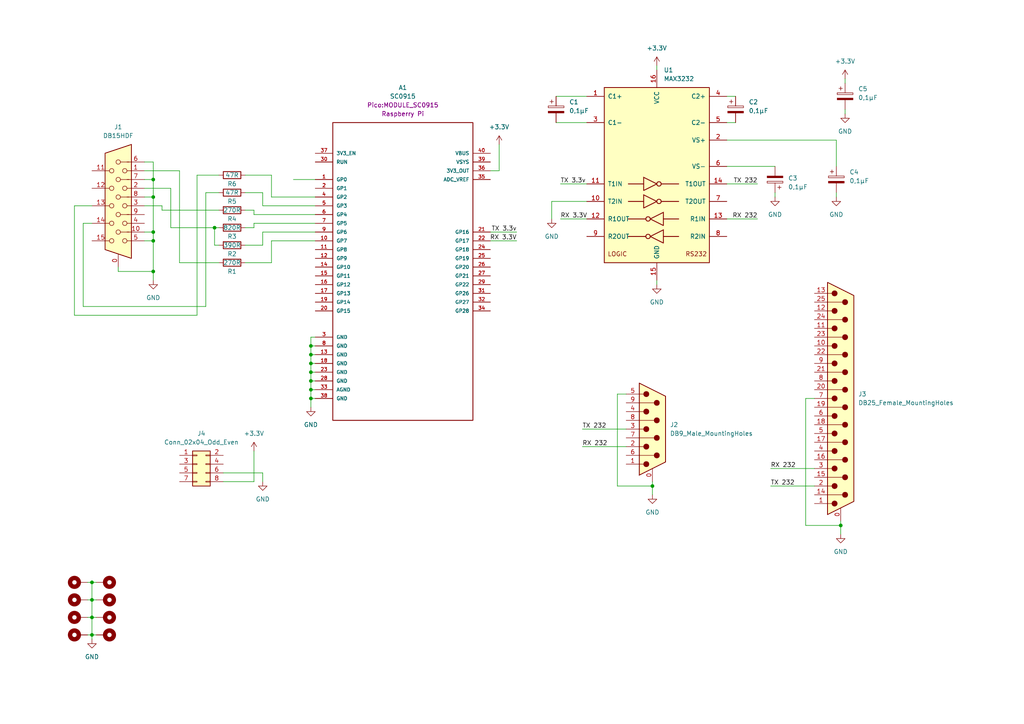
<source format=kicad_sch>
(kicad_sch (version 20211123) (generator eeschema)
  (paper "A4")
  (lib_symbols
    (symbol "Connector:DB15_Female_HighDensity_MountingHoles" (pin_names (offset 1.016) hide)
      (property "Reference" "J" (at 0 21.59 0))
      (property "Value" "DB15_Female_HighDensity_MountingHoles" (at 0 19.05 0))
      (symbol "DB15_Female_HighDensity_MountingHoles_0_1"
        (circle (center -1.905 -10.16) (radius 0.635))
        (circle (center -1.905 -5.08) (radius 0.635))
        (circle (center -1.905 0) (radius 0.635))
        (circle (center -1.905 5.08) (radius 0.635))
        (circle (center -1.905 10.16) (radius 0.635))
        (circle (center 0 -7.62) (radius 0.635))
        (circle (center 0 -2.54) (radius 0.635))
        (polyline (pts (xy -3.175 7.62) (xy -0.635 7.62)))
        (polyline (pts (xy -0.635 -7.62) (xy -3.175 -7.62)))
        (polyline (pts (xy -0.635 -2.54) (xy -3.175 -2.54)))
        (polyline (pts (xy -0.635 2.54) (xy -3.175 2.54)))
        (polyline (pts (xy -0.635 12.7) (xy -3.175 12.7)))
        (polyline (pts (xy -3.81 17.78) (xy -3.81 -15.24) (xy 3.81 -12.7) (xy 3.81 15.24) (xy -3.81 17.78)) (stroke (width 0.254)) (fill (type background)))
        (circle (center 0 2.54) (radius 0.635))
        (circle (center 0 7.62) (radius 0.635))
        (circle (center 0 12.7) (radius 0.635))
        (circle (center 1.905 -10.16) (radius 0.635))
        (circle (center 1.905 -5.08) (radius 0.635))
        (circle (center 1.905 0) (radius 0.635))
        (circle (center 1.905 5.08) (radius 0.635))
        (circle (center 1.905 10.16) (radius 0.635))
      )
      (symbol "DB15_Female_HighDensity_MountingHoles_1_1"
        (pin passive line (at 0 -17.78 90) (length 3.81) (name "~") (number "0"))
        (pin passive line (at -7.62 10.16 0) (length 5.08) (name "~") (number "1"))
        (pin passive line (at -7.62 -7.62 0) (length 5.08) (name "~") (number "10"))
        (pin passive line (at 7.62 10.16 180) (length 5.08) (name "~") (number "11"))
        (pin passive line (at 7.62 5.08 180) (length 5.08) (name "~") (number "12"))
        (pin passive line (at 7.62 0 180) (length 5.08) (name "~") (number "13"))
        (pin passive line (at 7.62 -5.08 180) (length 5.08) (name "~") (number "14"))
        (pin passive line (at 7.62 -10.16 180) (length 5.08) (name "~") (number "15"))
        (pin passive line (at -7.62 5.08 0) (length 5.08) (name "~") (number "2"))
        (pin passive line (at -7.62 0 0) (length 5.08) (name "~") (number "3"))
        (pin passive line (at -7.62 -5.08 0) (length 5.08) (name "~") (number "4"))
        (pin passive line (at -7.62 -10.16 0) (length 5.08) (name "~") (number "5"))
        (pin passive line (at -7.62 12.7 0) (length 5.08) (name "~") (number "6"))
        (pin passive line (at -7.62 7.62 0) (length 5.08) (name "~") (number "7"))
        (pin passive line (at -7.62 2.54 0) (length 5.08) (name "~") (number "8"))
        (pin passive line (at -7.62 -2.54 0) (length 5.08) (name "~") (number "9"))
      )
    )
    (symbol "Connector:DB25_Male_MountingHoles" (pin_names (offset 1.016) hide)
      (property "Reference" "J" (at 0 36.83 0))
      (property "Value" "DB25_Male_MountingHoles" (at 0 34.925 0))
      (symbol "DB25_Male_MountingHoles_0_1"
        (circle (center -1.778 -30.48) (radius 0.762) (fill (type outline)))
        (circle (center -1.778 -25.4) (radius 0.762) (fill (type outline)))
        (circle (center -1.778 -20.32) (radius 0.762) (fill (type outline)))
        (circle (center -1.778 -15.24) (radius 0.762) (fill (type outline)))
        (circle (center -1.778 -10.16) (radius 0.762) (fill (type outline)))
        (circle (center -1.778 -5.08) (radius 0.762) (fill (type outline)))
        (circle (center -1.778 0) (radius 0.762) (fill (type outline)))
        (circle (center -1.778 5.08) (radius 0.762) (fill (type outline)))
        (circle (center -1.778 10.16) (radius 0.762) (fill (type outline)))
        (circle (center -1.778 15.24) (radius 0.762) (fill (type outline)))
        (circle (center -1.778 20.32) (radius 0.762) (fill (type outline)))
        (circle (center -1.778 25.4) (radius 0.762) (fill (type outline)))
        (circle (center -1.778 30.48) (radius 0.762) (fill (type outline)))
        (polyline (pts (xy -3.81 -30.48) (xy -2.54 -30.48)))
        (polyline (pts (xy -3.81 -27.94) (xy 0.508 -27.94)))
        (polyline (pts (xy -3.81 -25.4) (xy -2.54 -25.4)))
        (polyline (pts (xy -3.81 -22.86) (xy 0.508 -22.86)))
        (polyline (pts (xy -3.81 -20.32) (xy -2.54 -20.32)))
        (polyline (pts (xy -3.81 -17.78) (xy 0.508 -17.78)))
        (polyline (pts (xy -3.81 -15.24) (xy -2.54 -15.24)))
        (polyline (pts (xy -3.81 -12.7) (xy 0.508 -12.7)))
        (polyline (pts (xy -3.81 -10.16) (xy -2.54 -10.16)))
        (polyline (pts (xy -3.81 -7.62) (xy 0.508 -7.62)))
        (polyline (pts (xy -3.81 -5.08) (xy -2.54 -5.08)))
        (polyline (pts (xy -3.81 -2.54) (xy 0.508 -2.54)))
        (polyline (pts (xy -3.81 0) (xy -2.54 0)))
        (polyline (pts (xy -3.81 2.54) (xy 0.508 2.54)))
        (polyline (pts (xy -3.81 5.08) (xy -2.54 5.08)))
        (polyline (pts (xy -3.81 7.62) (xy 0.508 7.62)))
        (polyline (pts (xy -3.81 10.16) (xy -2.54 10.16)))
        (polyline (pts (xy -3.81 12.7) (xy 0.508 12.7)))
        (polyline (pts (xy -3.81 15.24) (xy -2.54 15.24)))
        (polyline (pts (xy -3.81 17.78) (xy 0.508 17.78)))
        (polyline (pts (xy -3.81 20.32) (xy -2.54 20.32)))
        (polyline (pts (xy -3.81 22.86) (xy 0.508 22.86)))
        (polyline (pts (xy -3.81 25.4) (xy -2.54 25.4)))
        (polyline (pts (xy -3.81 27.94) (xy 0.508 27.94)))
        (polyline (pts (xy -3.81 30.48) (xy -2.54 30.48)))
        (polyline (pts (xy -3.81 -33.655) (xy 3.81 -29.845) (xy 3.81 29.845) (xy -3.81 33.655) (xy -3.81 -33.655)) (stroke (width 0.254)) (fill (type background)))
        (circle (center 1.27 -27.94) (radius 0.762) (fill (type outline)))
        (circle (center 1.27 -22.86) (radius 0.762) (fill (type outline)))
        (circle (center 1.27 -17.78) (radius 0.762) (fill (type outline)))
        (circle (center 1.27 -12.7) (radius 0.762) (fill (type outline)))
        (circle (center 1.27 -7.62) (radius 0.762) (fill (type outline)))
        (circle (center 1.27 -2.54) (radius 0.762) (fill (type outline)))
        (circle (center 1.27 2.54) (radius 0.762) (fill (type outline)))
        (circle (center 1.27 7.62) (radius 0.762) (fill (type outline)))
        (circle (center 1.27 12.7) (radius 0.762) (fill (type outline)))
        (circle (center 1.27 17.78) (radius 0.762) (fill (type outline)))
        (circle (center 1.27 22.86) (radius 0.762) (fill (type outline)))
        (circle (center 1.27 27.94) (radius 0.762) (fill (type outline)))
      )
      (symbol "DB25_Male_MountingHoles_1_1"
        (pin passive line (at 0 -35.56 90) (length 3.81) (name "PAD") (number "0"))
        (pin passive line (at -7.62 -30.48 0) (length 3.81) (name "1") (number "1"))
        (pin passive line (at -7.62 15.24 0) (length 3.81) (name "10") (number "10"))
        (pin passive line (at -7.62 20.32 0) (length 3.81) (name "11") (number "11"))
        (pin passive line (at -7.62 25.4 0) (length 3.81) (name "12") (number "12"))
        (pin passive line (at -7.62 30.48 0) (length 3.81) (name "13") (number "13"))
        (pin passive line (at -7.62 -27.94 0) (length 3.81) (name "P14") (number "14"))
        (pin passive line (at -7.62 -22.86 0) (length 3.81) (name "P15") (number "15"))
        (pin passive line (at -7.62 -17.78 0) (length 3.81) (name "P16") (number "16"))
        (pin passive line (at -7.62 -12.7 0) (length 3.81) (name "P17") (number "17"))
        (pin passive line (at -7.62 -7.62 0) (length 3.81) (name "P18") (number "18"))
        (pin passive line (at -7.62 -2.54 0) (length 3.81) (name "P19") (number "19"))
        (pin passive line (at -7.62 -25.4 0) (length 3.81) (name "2") (number "2"))
        (pin passive line (at -7.62 2.54 0) (length 3.81) (name "P20") (number "20"))
        (pin passive line (at -7.62 7.62 0) (length 3.81) (name "P21") (number "21"))
        (pin passive line (at -7.62 12.7 0) (length 3.81) (name "P22") (number "22"))
        (pin passive line (at -7.62 17.78 0) (length 3.81) (name "P23") (number "23"))
        (pin passive line (at -7.62 22.86 0) (length 3.81) (name "P24") (number "24"))
        (pin passive line (at -7.62 27.94 0) (length 3.81) (name "P25") (number "25"))
        (pin passive line (at -7.62 -20.32 0) (length 3.81) (name "3") (number "3"))
        (pin passive line (at -7.62 -15.24 0) (length 3.81) (name "4") (number "4"))
        (pin passive line (at -7.62 -10.16 0) (length 3.81) (name "5") (number "5"))
        (pin passive line (at -7.62 -5.08 0) (length 3.81) (name "6") (number "6"))
        (pin passive line (at -7.62 0 0) (length 3.81) (name "7") (number "7"))
        (pin passive line (at -7.62 5.08 0) (length 3.81) (name "8") (number "8"))
        (pin passive line (at -7.62 10.16 0) (length 3.81) (name "9") (number "9"))
      )
    )
    (symbol "Connector:DB9_Male_MountingHoles" (pin_names (offset 1.016) hide)
      (property "Reference" "J" (at 0 16.51 0))
      (property "Value" "DB9_Male_MountingHoles" (at 0 14.605 0))
      (symbol "DB9_Male_MountingHoles_0_1"
        (circle (center -1.778 -10.16) (radius 0.762) (fill (type outline)))
        (circle (center -1.778 -5.08) (radius 0.762) (fill (type outline)))
        (circle (center -1.778 0) (radius 0.762) (fill (type outline)))
        (circle (center -1.778 5.08) (radius 0.762) (fill (type outline)))
        (circle (center -1.778 10.16) (radius 0.762) (fill (type outline)))
        (polyline (pts (xy -3.81 -10.16) (xy -2.54 -10.16)))
        (polyline (pts (xy -3.81 -7.62) (xy 0.508 -7.62)))
        (polyline (pts (xy -3.81 -5.08) (xy -2.54 -5.08)))
        (polyline (pts (xy -3.81 -2.54) (xy 0.508 -2.54)))
        (polyline (pts (xy -3.81 0) (xy -2.54 0)))
        (polyline (pts (xy -3.81 2.54) (xy 0.508 2.54)))
        (polyline (pts (xy -3.81 5.08) (xy -2.54 5.08)))
        (polyline (pts (xy -3.81 7.62) (xy 0.508 7.62)))
        (polyline (pts (xy -3.81 10.16) (xy -2.54 10.16)))
        (polyline (pts (xy -3.81 -13.335) (xy -3.81 13.335) (xy 3.81 9.525) (xy 3.81 -9.525) (xy -3.81 -13.335)) (stroke (width 0.254)) (fill (type background)))
        (circle (center 1.27 -7.62) (radius 0.762) (fill (type outline)))
        (circle (center 1.27 -2.54) (radius 0.762) (fill (type outline)))
        (circle (center 1.27 2.54) (radius 0.762) (fill (type outline)))
        (circle (center 1.27 7.62) (radius 0.762) (fill (type outline)))
      )
      (symbol "DB9_Male_MountingHoles_1_1"
        (pin passive line (at 0 -15.24 90) (length 3.81) (name "PAD") (number "0"))
        (pin passive line (at -7.62 -10.16 0) (length 3.81) (name "1") (number "1"))
        (pin passive line (at -7.62 -5.08 0) (length 3.81) (name "2") (number "2"))
        (pin passive line (at -7.62 0 0) (length 3.81) (name "3") (number "3"))
        (pin passive line (at -7.62 5.08 0) (length 3.81) (name "4") (number "4"))
        (pin passive line (at -7.62 10.16 0) (length 3.81) (name "5") (number "5"))
        (pin passive line (at -7.62 -7.62 0) (length 3.81) (name "6") (number "6"))
        (pin passive line (at -7.62 -2.54 0) (length 3.81) (name "7") (number "7"))
        (pin passive line (at -7.62 2.54 0) (length 3.81) (name "8") (number "8"))
        (pin passive line (at -7.62 7.62 0) (length 3.81) (name "9") (number "9"))
      )
    )
    (symbol "Connector_Generic:Conn_02x04_Odd_Even" (pin_names (offset 1.016) hide)
      (property "Reference" "J" (at 1.27 5.08 0))
      (property "Value" "Conn_02x04_Odd_Even" (at 1.27 -7.62 0))
      (symbol "Conn_02x04_Odd_Even_1_1"
        (rectangle (start -1.27 -4.953) (end 0 -5.207) (stroke (width 0.1524)))
        (rectangle (start -1.27 -2.413) (end 0 -2.667) (stroke (width 0.1524)))
        (rectangle (start -1.27 0.127) (end 0 -0.127) (stroke (width 0.1524)))
        (rectangle (start -1.27 2.667) (end 0 2.413) (stroke (width 0.1524)))
        (rectangle (start -1.27 3.81) (end 3.81 -6.35) (stroke (width 0.254)) (fill (type background)))
        (rectangle (start 3.81 -4.953) (end 2.54 -5.207) (stroke (width 0.1524)))
        (rectangle (start 3.81 -2.413) (end 2.54 -2.667) (stroke (width 0.1524)))
        (rectangle (start 3.81 0.127) (end 2.54 -0.127) (stroke (width 0.1524)))
        (rectangle (start 3.81 2.667) (end 2.54 2.413) (stroke (width 0.1524)))
        (pin passive line (at -5.08 2.54 0) (length 3.81) (name "Pin_1") (number "1"))
        (pin passive line (at 7.62 2.54 180) (length 3.81) (name "Pin_2") (number "2"))
        (pin passive line (at -5.08 0 0) (length 3.81) (name "Pin_3") (number "3"))
        (pin passive line (at 7.62 0 180) (length 3.81) (name "Pin_4") (number "4"))
        (pin passive line (at -5.08 -2.54 0) (length 3.81) (name "Pin_5") (number "5"))
        (pin passive line (at 7.62 -2.54 180) (length 3.81) (name "Pin_6") (number "6"))
        (pin passive line (at -5.08 -5.08 0) (length 3.81) (name "Pin_7") (number "7"))
        (pin passive line (at 7.62 -5.08 180) (length 3.81) (name "Pin_8") (number "8"))
      )
    )
    (symbol "Device:C_Polarized" (pin_numbers hide) (pin_names (offset 0.254))
      (property "Reference" "C" (at 0.635 2.54 0))
      (property "Value" "C_Polarized" (at 0.635 -2.54 0))
      (symbol "C_Polarized_0_1"
        (rectangle (start -2.286 0.508) (end 2.286 1.016))
        (polyline (pts (xy -1.778 2.286) (xy -0.762 2.286)))
        (polyline (pts (xy -1.27 2.794) (xy -1.27 1.778)))
        (rectangle (start 2.286 -0.508) (end -2.286 -1.016) (fill (type outline)))
      )
      (symbol "C_Polarized_1_1"
        (pin passive line (at 0 3.81 270) (length 2.794) (name "~") (number "1"))
        (pin passive line (at 0 -3.81 90) (length 2.794) (name "~") (number "2"))
      )
    )
    (symbol "Device:R" (pin_numbers hide) (pin_names (offset 0))
      (property "Reference" "R" (at 2.032 0 90))
      (property "Value" "R" (at 0 0 90))
      (symbol "R_0_1"
        (rectangle (start -1.016 -2.54) (end 1.016 2.54) (stroke (width 0.254)))
      )
      (symbol "R_1_1"
        (pin passive line (at 0 3.81 270) (length 1.27) (name "~") (number "1"))
        (pin passive line (at 0 -3.81 90) (length 1.27) (name "~") (number "2"))
      )
    )
    (symbol "Interface_UART:MAX3232" (pin_names (offset 1.016))
      (property "Reference" "U" (at -2.54 28.575 0))
      (property "Value" "MAX3232" (at -2.54 26.67 0))
      (symbol "MAX3232_0_0"
        (text "LOGIC" (at -11.43 -22.86 0) (effects (font (size 1.27 1.27))))
        (text "RS232" (at 11.43 -22.86 0) (effects (font (size 1.27 1.27))))
      )
      (symbol "MAX3232_0_1"
        (rectangle (start -15.24 -25.4) (end 15.24 25.4) (stroke (width 0.254)) (fill (type background)))
        (circle (center -2.54 -17.78) (radius 0.635) (stroke (width 0.254)))
        (circle (center -2.54 -12.7) (radius 0.635) (stroke (width 0.254)))
        (polyline (pts (xy -3.81 -7.62) (xy -8.255 -7.62)) (stroke (width 0.254)))
        (polyline (pts (xy -3.81 -2.54) (xy -8.255 -2.54)) (stroke (width 0.254)))
        (polyline (pts (xy -3.175 -17.78) (xy -8.255 -17.78)) (stroke (width 0.254)))
        (polyline (pts (xy -3.175 -12.7) (xy -8.255 -12.7)) (stroke (width 0.254)))
        (polyline (pts (xy 1.27 -7.62) (xy 6.35 -7.62)) (stroke (width 0.254)))
        (polyline (pts (xy 1.27 -2.54) (xy 6.35 -2.54)) (stroke (width 0.254)))
        (polyline (pts (xy 1.905 -17.78) (xy 6.35 -17.78)) (stroke (width 0.254)))
        (polyline (pts (xy 1.905 -12.7) (xy 6.35 -12.7)) (stroke (width 0.254)))
        (polyline (pts (xy -3.81 -5.715) (xy -3.81 -9.525) (xy 0 -7.62) (xy -3.81 -5.715)) (stroke (width 0.254)))
        (polyline (pts (xy -3.81 -0.635) (xy -3.81 -4.445) (xy 0 -2.54) (xy -3.81 -0.635)) (stroke (width 0.254)))
        (polyline (pts (xy 1.905 -15.875) (xy 1.905 -19.685) (xy -1.905 -17.78) (xy 1.905 -15.875)) (stroke (width 0.254)))
        (polyline (pts (xy 1.905 -10.795) (xy 1.905 -14.605) (xy -1.905 -12.7) (xy 1.905 -10.795)) (stroke (width 0.254)))
        (circle (center 0.635 -7.62) (radius 0.635) (stroke (width 0.254)))
        (circle (center 0.635 -2.54) (radius 0.635) (stroke (width 0.254)))
      )
      (symbol "MAX3232_1_1"
        (pin passive line (at -20.32 22.86 0) (length 5.08) (name "C1+") (number "1"))
        (pin input line (at -20.32 -7.62 0) (length 5.08) (name "T2IN") (number "10"))
        (pin input line (at -20.32 -2.54 0) (length 5.08) (name "T1IN") (number "11"))
        (pin output line (at -20.32 -12.7 0) (length 5.08) (name "R1OUT") (number "12"))
        (pin input line (at 20.32 -12.7 180) (length 5.08) (name "R1IN") (number "13"))
        (pin output line (at 20.32 -2.54 180) (length 5.08) (name "T1OUT") (number "14"))
        (pin power_in line (at 0 -30.48 90) (length 5.08) (name "GND") (number "15"))
        (pin power_in line (at 0 30.48 270) (length 5.08) (name "VCC") (number "16"))
        (pin power_out line (at 20.32 10.16 180) (length 5.08) (name "VS+") (number "2"))
        (pin passive line (at -20.32 15.24 0) (length 5.08) (name "C1-") (number "3"))
        (pin passive line (at 20.32 22.86 180) (length 5.08) (name "C2+") (number "4"))
        (pin passive line (at 20.32 15.24 180) (length 5.08) (name "C2-") (number "5"))
        (pin power_out line (at 20.32 2.54 180) (length 5.08) (name "VS-") (number "6"))
        (pin output line (at 20.32 -7.62 180) (length 5.08) (name "T2OUT") (number "7"))
        (pin input line (at 20.32 -17.78 180) (length 5.08) (name "R2IN") (number "8"))
        (pin output line (at -20.32 -17.78 0) (length 5.08) (name "R2OUT") (number "9"))
      )
    )
    (symbol "Mechanical:MountingHole_Pad" (pin_numbers hide) (pin_names (offset 1.016) hide)
      (property "Reference" "H" (at 0 6.35 0))
      (property "Value" "MountingHole_Pad" (at 0 4.445 0))
      (symbol "MountingHole_Pad_0_1"
        (circle (center 0 1.27) (radius 1.27) (stroke (width 1.27)))
      )
      (symbol "MountingHole_Pad_1_1"
        (pin input line (at 0 -2.54 90) (length 2.54) (name "1") (number "1"))
      )
    )
    (symbol "Raspberry_Pi_Pico_SC0915:SC0915" (pin_names (offset 1.016))
      (property "Reference" "A1" (at 0 50.8 0))
      (property "Value" "SC0915" (at 0 48.26 0))
      (property "Footprint" "RaspberryPi:MODULE_SC0915" (at -12.7 -46.99 0))
      (property "manufacturer" "Raspberry Pi" (at 0 45.72 0))
      (symbol "SC0915_0_0"
        (rectangle (start -20.32 -43.18) (end 20.32 43.18) (stroke (width 0.254)))
        (pin bidirectional line (at -25.4 26.67 0) (length 5.08) (name "GP0") (number "1"))
        (pin bidirectional line (at -25.4 8.89 0) (length 5.08) (name "GP7") (number "10"))
        (pin bidirectional line (at -25.4 6.35 0) (length 5.08) (name "GP8") (number "11"))
        (pin bidirectional line (at -25.4 3.81 0) (length 5.08) (name "GP9") (number "12"))
        (pin power_in line (at -25.4 -24.13 0) (length 5.08) (name "GND") (number "13"))
        (pin bidirectional line (at -25.4 1.27 0) (length 5.08) (name "GP10") (number "14"))
        (pin bidirectional line (at -25.4 -1.27 0) (length 5.08) (name "GP11") (number "15"))
        (pin bidirectional line (at -25.4 -3.81 0) (length 5.08) (name "GP12") (number "16"))
        (pin bidirectional line (at -25.4 -6.35 0) (length 5.08) (name "GP13") (number "17"))
        (pin power_in line (at -25.4 -26.67 0) (length 5.08) (name "GND") (number "18"))
        (pin bidirectional line (at -25.4 -8.89 0) (length 5.08) (name "GP14") (number "19"))
        (pin bidirectional line (at -25.4 24.13 0) (length 5.08) (name "GP1") (number "2"))
        (pin bidirectional line (at -25.4 -11.43 0) (length 5.08) (name "GP15") (number "20"))
        (pin bidirectional line (at 25.4 11.43 180) (length 5.08) (name "GP16") (number "21"))
        (pin bidirectional line (at 25.4 8.89 180) (length 5.08) (name "GP17") (number "22"))
        (pin power_in line (at -25.4 -29.21 0) (length 5.08) (name "GND") (number "23"))
        (pin bidirectional line (at 25.4 6.35 180) (length 5.08) (name "GP18") (number "24"))
        (pin bidirectional line (at 25.4 3.81 180) (length 5.08) (name "GP19") (number "25"))
        (pin bidirectional line (at 25.4 1.27 180) (length 5.08) (name "GP20") (number "26"))
        (pin bidirectional line (at 25.4 -1.27 180) (length 5.08) (name "GP21") (number "27"))
        (pin power_in line (at -25.4 -31.75 0) (length 5.08) (name "GND") (number "28"))
        (pin bidirectional line (at 25.4 -3.81 180) (length 5.08) (name "GP22") (number "29"))
        (pin power_in line (at -25.4 -19.05 0) (length 5.08) (name "GND") (number "3"))
        (pin input line (at -25.4 31.75 0) (length 5.08) (name "RUN") (number "30"))
        (pin bidirectional line (at 25.4 -6.35 180) (length 5.08) (name "GP26") (number "31"))
        (pin bidirectional line (at 25.4 -8.89 180) (length 5.08) (name "GP27") (number "32"))
        (pin power_in line (at -25.4 -34.29 0) (length 5.08) (name "AGND") (number "33"))
        (pin bidirectional line (at 25.4 -11.43 180) (length 5.08) (name "GP28") (number "34"))
        (pin power_in line (at 25.4 26.67 180) (length 5.08) (name "ADC_VREF") (number "35"))
        (pin power_in line (at 25.4 29.21 180) (length 5.08) (name "3V3_OUT") (number "36"))
        (pin input line (at -25.4 34.29 0) (length 5.08) (name "3V3_EN") (number "37"))
        (pin power_in line (at -25.4 -36.83 0) (length 5.08) (name "GND") (number "38"))
        (pin free line (at 25.4 31.75 180) (length 5.08) (name "VSYS") (number "39"))
        (pin bidirectional line (at -25.4 21.59 0) (length 5.08) (name "GP2") (number "4"))
        (pin free line (at 25.4 34.29 180) (length 5.08) (name "VBUS") (number "40"))
        (pin bidirectional line (at -25.4 19.05 0) (length 5.08) (name "GP3") (number "5"))
        (pin bidirectional line (at -25.4 16.51 0) (length 5.08) (name "GP4") (number "6"))
        (pin bidirectional line (at -25.4 13.97 0) (length 5.08) (name "GP5") (number "7"))
        (pin power_in line (at -25.4 -21.59 0) (length 5.08) (name "GND") (number "8"))
        (pin bidirectional line (at -25.4 11.43 0) (length 5.08) (name "GP6") (number "9"))
      )
    )
    (symbol "power:+3.3V" (power) (pin_names (offset 0))
      (property "Value" "+3.3V" (at 0 3.556 0))
      (symbol "+3.3V_0_1"
        (polyline (pts (xy -0.762 1.27) (xy 0 2.54)))
        (polyline (pts (xy 0 0) (xy 0 2.54)))
        (polyline (pts (xy 0 2.54) (xy 0.762 1.27)))
      )
      (symbol "+3.3V_1_1"
        (pin power_in line (at 0 0 90) (length 0) hide (name "+3.3V") (number "1"))
      )
    )
    (symbol "power:GND" (power) (pin_names (offset 0))
      (property "Value" "GND" (at 0 -3.81 0))
      (symbol "GND_0_1"
        (polyline (pts (xy 0 0) (xy 0 -1.27) (xy 1.27 -1.27) (xy 0 -2.54) (xy -1.27 -1.27) (xy 0 -1.27)))
      )
      (symbol "GND_1_1"
        (pin power_in line (at 0 0 270) (length 0) hide (name "GND") (number "1"))
      )
    )
  )
  (junction (at 26.67 168.91))
  (junction (at 26.67 179.07))
  (junction (at 90.17 105.41))
  (junction (at 189.23 140.97))
  (junction (at 90.17 100.33))
  (junction (at 90.17 113.03))
  (junction (at 26.67 173.99))
  (junction (at 62.23 66.04))
  (junction (at 90.17 102.87))
  (junction (at 44.45 69.85))
  (junction (at 26.67 184.15))
  (junction (at 44.45 57.15))
  (junction (at 90.17 115.57))
  (junction (at 44.45 78.74))
  (junction (at 44.45 52.07))
  (junction (at 90.17 107.95))
  (junction (at 243.84 152.4))
  (junction (at 90.17 110.49))
  (junction (at 44.45 67.31))
  (wire (pts (xy 57.15 91.44) (xy 21.59 91.44)))
  (wire (pts (xy 90.17 97.79) (xy 90.17 100.33)))
  (wire (pts (xy 44.45 69.85) (xy 44.45 67.31)))
  (wire (pts (xy 64.77 137.16) (xy 76.2 137.16)))
  (wire (pts (xy 41.91 67.31) (xy 44.45 67.31)))
  (wire (pts (xy 44.45 78.74) (xy 44.45 69.85)))
  (wire (pts (xy 91.44 97.79) (xy 90.17 97.79)))
  (wire (pts (xy 73.66 60.96) (xy 73.66 62.23)))
  (wire (pts (xy 142.24 69.85) (xy 149.86 69.85)))
  (wire (pts (xy 210.82 53.34) (xy 219.71 53.34)))
  (wire (pts (xy 181.61 114.3) (xy 179.07 114.3)))
  (wire (pts (xy 25.4 173.99) (xy 26.67 173.99)))
  (wire (pts (xy 179.07 114.3) (xy 179.07 140.97)))
  (wire (pts (xy 71.12 76.2) (xy 78.74 76.2)))
  (wire (pts (xy 41.91 54.61) (xy 49.53 54.61)))
  (wire (pts (xy 25.4 184.15) (xy 26.67 184.15)))
  (wire (pts (xy 242.57 55.88) (xy 242.57 57.15)))
  (wire (pts (xy 224.79 55.88) (xy 224.79 57.15)))
  (wire (pts (xy 90.17 100.33) (xy 90.17 102.87)))
  (wire (pts (xy 44.45 52.07) (xy 44.45 46.99)))
  (wire (pts (xy 90.17 118.11) (xy 90.17 115.57)))
  (wire (pts (xy 78.74 50.8) (xy 78.74 57.15)))
  (wire (pts (xy 26.67 179.07) (xy 26.67 184.15)))
  (wire (pts (xy 46.99 59.69) (xy 41.91 59.69)))
  (wire (pts (xy 25.4 168.91) (xy 26.67 168.91)))
  (wire (pts (xy 64.77 139.7) (xy 73.66 139.7)))
  (wire (pts (xy 90.17 105.41) (xy 90.17 107.95)))
  (wire (pts (xy 76.2 137.16) (xy 76.2 139.7)))
  (wire (pts (xy 49.53 66.04) (xy 62.23 66.04)))
  (wire (pts (xy 210.82 63.5) (xy 219.71 63.5)))
  (wire (pts (xy 144.78 49.53) (xy 142.24 49.53)))
  (wire (pts (xy 78.74 69.85) (xy 91.44 69.85)))
  (wire (pts (xy 168.91 124.46) (xy 181.61 124.46)))
  (wire (pts (xy 242.57 40.64) (xy 242.57 48.26)))
  (wire (pts (xy 168.91 129.54) (xy 181.61 129.54)))
  (wire (pts (xy 27.94 168.91) (xy 26.67 168.91)))
  (wire (pts (xy 90.17 107.95) (xy 90.17 110.49)))
  (wire (pts (xy 44.45 46.99) (xy 41.91 46.99)))
  (wire (pts (xy 76.2 59.69) (xy 76.2 55.88)))
  (wire (pts (xy 245.11 22.86) (xy 245.11 24.13)))
  (wire (pts (xy 27.94 179.07) (xy 26.67 179.07)))
  (wire (pts (xy 41.91 57.15) (xy 44.45 57.15)))
  (wire (pts (xy 71.12 60.96) (xy 73.66 60.96)))
  (wire (pts (xy 223.52 140.97) (xy 236.22 140.97)))
  (wire (pts (xy 90.17 115.57) (xy 91.44 115.57)))
  (wire (pts (xy 41.91 52.07) (xy 44.45 52.07)))
  (wire (pts (xy 90.17 110.49) (xy 91.44 110.49)))
  (wire (pts (xy 76.2 59.69) (xy 91.44 59.69)))
  (wire (pts (xy 78.74 69.85) (xy 78.74 76.2)))
  (wire (pts (xy 161.29 27.94) (xy 170.18 27.94)))
  (wire (pts (xy 243.84 151.13) (xy 243.84 152.4)))
  (wire (pts (xy 210.82 35.56) (xy 213.36 35.56)))
  (wire (pts (xy 189.23 139.7) (xy 189.23 140.97)))
  (wire (pts (xy 73.66 130.81) (xy 73.66 139.7)))
  (wire (pts (xy 161.29 35.56) (xy 170.18 35.56)))
  (wire (pts (xy 46.99 60.96) (xy 46.99 59.69)))
  (wire (pts (xy 78.74 57.15) (xy 91.44 57.15)))
  (wire (pts (xy 41.91 69.85) (xy 44.45 69.85)))
  (wire (pts (xy 71.12 71.12) (xy 76.2 71.12)))
  (wire (pts (xy 26.67 168.91) (xy 26.67 173.99)))
  (wire (pts (xy 210.82 27.94) (xy 213.36 27.94)))
  (wire (pts (xy 63.5 50.8) (xy 57.15 50.8)))
  (wire (pts (xy 59.69 55.88) (xy 59.69 88.9)))
  (wire (pts (xy 90.17 102.87) (xy 90.17 105.41)))
  (wire (pts (xy 233.68 152.4) (xy 243.84 152.4)))
  (wire (pts (xy 162.56 53.34) (xy 170.18 53.34)))
  (wire (pts (xy 49.53 54.61) (xy 49.53 66.04)))
  (wire (pts (xy 44.45 81.28) (xy 44.45 78.74)))
  (wire (pts (xy 90.17 102.87) (xy 91.44 102.87)))
  (wire (pts (xy 52.07 49.53) (xy 41.91 49.53)))
  (wire (pts (xy 63.5 76.2) (xy 52.07 76.2)))
  (wire (pts (xy 179.07 140.97) (xy 189.23 140.97)))
  (wire (pts (xy 62.23 71.12) (xy 63.5 71.12)))
  (wire (pts (xy 245.11 31.75) (xy 245.11 33.02)))
  (wire (pts (xy 90.17 113.03) (xy 91.44 113.03)))
  (wire (pts (xy 223.52 135.89) (xy 236.22 135.89)))
  (wire (pts (xy 160.02 58.42) (xy 160.02 63.5)))
  (wire (pts (xy 90.17 113.03) (xy 90.17 115.57)))
  (wire (pts (xy 52.07 76.2) (xy 52.07 49.53)))
  (wire (pts (xy 144.78 41.91) (xy 144.78 49.53)))
  (wire (pts (xy 63.5 66.04) (xy 62.23 66.04)))
  (wire (pts (xy 27.94 173.99) (xy 26.67 173.99)))
  (wire (pts (xy 24.13 88.9) (xy 24.13 64.77)))
  (wire (pts (xy 210.82 48.26) (xy 224.79 48.26)))
  (wire (pts (xy 170.18 58.42) (xy 160.02 58.42)))
  (wire (pts (xy 26.67 184.15) (xy 26.67 185.42)))
  (wire (pts (xy 189.23 140.97) (xy 189.23 143.51)))
  (wire (pts (xy 21.59 91.44) (xy 21.59 59.69)))
  (wire (pts (xy 190.5 81.28) (xy 190.5 82.55)))
  (wire (pts (xy 76.2 55.88) (xy 71.12 55.88)))
  (wire (pts (xy 73.66 64.77) (xy 91.44 64.77)))
  (wire (pts (xy 24.13 64.77) (xy 26.67 64.77)))
  (wire (pts (xy 162.56 63.5) (xy 170.18 63.5)))
  (wire (pts (xy 34.29 77.47) (xy 34.29 78.74)))
  (wire (pts (xy 73.66 64.77) (xy 73.66 66.04)))
  (wire (pts (xy 44.45 57.15) (xy 44.45 52.07)))
  (wire (pts (xy 243.84 152.4) (xy 243.84 154.94)))
  (wire (pts (xy 44.45 67.31) (xy 44.45 57.15)))
  (wire (pts (xy 71.12 66.04) (xy 73.66 66.04)))
  (wire (pts (xy 90.17 110.49) (xy 90.17 113.03)))
  (wire (pts (xy 190.5 19.05) (xy 190.5 20.32)))
  (wire (pts (xy 27.94 184.15) (xy 26.67 184.15)))
  (wire (pts (xy 76.2 71.12) (xy 76.2 67.31)))
  (wire (pts (xy 90.17 105.41) (xy 91.44 105.41)))
  (wire (pts (xy 26.67 173.99) (xy 26.67 179.07)))
  (wire (pts (xy 21.59 59.69) (xy 26.67 59.69)))
  (wire (pts (xy 63.5 60.96) (xy 46.99 60.96)))
  (wire (pts (xy 71.12 50.8) (xy 78.74 50.8)))
  (wire (pts (xy 34.29 78.74) (xy 44.45 78.74)))
  (wire (pts (xy 90.17 100.33) (xy 91.44 100.33)))
  (wire (pts (xy 62.23 66.04) (xy 62.23 71.12)))
  (wire (pts (xy 76.2 67.31) (xy 91.44 67.31)))
  (wire (pts (xy 142.24 67.31) (xy 149.86 67.31)))
  (wire (pts (xy 25.4 179.07) (xy 26.67 179.07)))
  (wire (pts (xy 233.68 115.57) (xy 233.68 152.4)))
  (wire (pts (xy 85.09 52.07) (xy 91.44 52.07)))
  (wire (pts (xy 63.5 55.88) (xy 59.69 55.88)))
  (wire (pts (xy 90.17 107.95) (xy 91.44 107.95)))
  (wire (pts (xy 73.66 62.23) (xy 91.44 62.23)))
  (wire (pts (xy 236.22 115.57) (xy 233.68 115.57)))
  (wire (pts (xy 210.82 40.64) (xy 242.57 40.64)))
  (wire (pts (xy 59.69 88.9) (xy 24.13 88.9)))
  (wire (pts (xy 57.15 50.8) (xy 57.15 91.44)))
  (label "TX 3.3v" (at 149.86 67.31 180))
  (label "RX 3.3V" (at 149.86 69.85 180))
  (label "TX 232" (at 223.52 140.97 0))
  (label "TX 3.3v" (at 162.56 53.34 0))
  (label "RX 232" (at 219.71 63.5 180))
  (label "RX 232" (at 168.91 129.54 0))
  (label "TX 232" (at 219.71 53.34 180))
  (label "RX 3.3V" (at 162.56 63.5 0))
  (label "TX 232" (at 168.91 124.46 0))
  (label "RX 232" (at 223.52 135.89 0))
  (symbol (lib_id "Device:R") (at 67.31 50.8 90) (mirror x) (unit 1)
    (property "Reference" "R6" (at 67.31 53.34 90))
    (property "Value" "47R" (at 67.31 50.8 90))
    (property "Footprint" "Resistor_THT:R_Axial_DIN0207_L6.3mm_D2.5mm_P7.62mm_Horizontal" (effects hide))
  )
  (symbol (lib_id "Mechanical:MountingHole_Pad") (at 30.48 168.91 270) (unit 1)
    (property "Reference" "H5" (effects hide))
    (property "Value" "MountingHole_Pad" (effects hide))
    (property "Footprint" "MountingHole:MountingHole_3.2mm_M3_Pad_Via" (effects hide))
  )
  (symbol (lib_id "Device:R") (at 67.31 60.96 90) (mirror x) (unit 1)
    (property "Reference" "R4" (at 67.31 63.5 90))
    (property "Value" "270R" (at 67.31 60.96 90))
    (property "Footprint" "Resistor_THT:R_Axial_DIN0207_L6.3mm_D2.5mm_P7.62mm_Horizontal" (effects hide))
  )
  (symbol (lib_id "power:+3.3V") (at 144.78 41.91 0) (unit 1)
    (property "Reference" "#PWR0104" (effects hide))
    (property "Value" "+3.3V" (at 144.78 36.83 0))
  )
  (symbol (lib_id "power:GND") (at 189.23 143.51 0) (unit 1)
    (property "Reference" "#PWR0108" (effects hide))
    (property "Value" "GND" (at 189.23 148.59 0))
  )
  (symbol (lib_id "Raspberry_Pi_Pico_SC0915:SC0915") (at 116.84 78.74 0) (unit 1)
    (property "Reference" "A1" (at 116.84 25.4 0))
    (property "Value" "SC0915" (at 116.84 27.94 0))
    (property "Footprint" "Pico:MODULE_SC0915" (at 116.84 30.48 0))
    (property "Datasheet" "https://datasheets.raspberrypi.com/pico/pico-datasheet.pdf" (effects hide))
    (property "manufacturer" "Raspberry Pi" (at 116.84 33.02 0))
    (property "P/N" "SC0915" (effects hide))
    (property "PARTREV" "1.6" (effects hide))
    (property "MAXIMUM_PACKAGE_HEIGHT" "3.73mm" (effects hide))
  )
  (symbol (lib_id "Connector:DB9_Male_MountingHoles") (at 189.23 124.46 0) (unit 1)
    (property "Reference" "J2" (at 194.31 123.1899 0) (effects (justify left)))
    (property "Value" "DB9_Male_MountingHoles" (at 194.31 125.7299 0) (effects (justify left)))
    (property "Footprint" "Connector_Dsub:DSUB-9_Male_Horizontal_P2.77x2.84mm_EdgePinOffset4.94mm_Housed_MountingHolesOffset7.48mm" (effects hide))
    (property "Datasheet" " ~" (effects hide))
  )
  (symbol (lib_id "Mechanical:MountingHole_Pad") (at 22.86 179.07 90) (unit 1)
    (property "Reference" "H3" (effects hide))
    (property "Value" "MountingHole_Pad" (effects hide))
    (property "Footprint" "MountingHole:MountingHole_3.2mm_M3_Pad_Via" (effects hide))
  )
  (symbol (lib_id "Device:R") (at 67.31 71.12 90) (mirror x) (unit 1)
    (property "Reference" "R2" (at 67.31 73.66 90))
    (property "Value" "390R" (at 67.31 71.12 90))
    (property "Footprint" "Resistor_THT:R_Axial_DIN0207_L6.3mm_D2.5mm_P7.62mm_Horizontal" (effects hide))
  )
  (symbol (lib_id "power:+3.3V") (at 73.66 130.81 0) (unit 1)
    (property "Reference" "#PWR?" (effects hide))
    (property "Value" "+3.3V" (at 73.66 125.73 0))
  )
  (symbol (lib_id "power:GND") (at 190.5 82.55 0) (unit 1)
    (property "Reference" "#PWR0111" (effects hide))
    (property "Value" "GND" (at 190.5 87.63 0))
  )
  (symbol (lib_id "Mechanical:MountingHole_Pad") (at 22.86 168.91 90) (unit 1)
    (property "Reference" "H1" (effects hide))
    (property "Value" "MountingHole_Pad" (effects hide))
    (property "Footprint" "MountingHole:MountingHole_3.2mm_M3_Pad_Via" (effects hide))
  )
  (symbol (lib_id "Interface_UART:MAX3232") (at 190.5 50.8 0) (unit 1)
    (property "Reference" "U1" (at 192.5194 20.32 0) (effects (justify left)))
    (property "Value" "MAX3232" (at 192.5194 22.86 0) (effects (justify left)))
    (property "Footprint" "Package_DIP:DIP-16_W7.62mm_Socket_LongPads" (effects hide))
    (property "Datasheet" "https://datasheets.maximintegrated.com/en/ds/MAX3222-MAX3241.pdf" (effects hide))
  )
  (symbol (lib_id "Device:R") (at 67.31 55.88 90) (mirror x) (unit 1)
    (property "Reference" "R5" (at 67.31 58.42 90))
    (property "Value" "47R" (at 67.31 55.88 90))
    (property "Footprint" "Resistor_THT:R_Axial_DIN0207_L6.3mm_D2.5mm_P7.62mm_Horizontal" (effects hide))
  )
  (symbol (lib_id "Connector_Generic:Conn_02x04_Odd_Even") (at 57.15 134.62 0) (unit 1)
    (property "Reference" "J4" (at 58.42 125.73 0))
    (property "Value" "Conn_02x04_Odd_Even" (at 58.42 128.27 0))
    (property "Footprint" "Connector_PinSocket_2.54mm:PinSocket_2x04_P2.54mm_Vertical" (effects hide))
  )
  (symbol (lib_id "power:+3.3V") (at 190.5 19.05 0) (unit 1)
    (property "Reference" "#PWR0103" (effects hide))
    (property "Value" "+3.3V" (at 190.5 13.97 0))
  )
  (symbol (lib_id "power:GND") (at 90.17 118.11 0) (unit 1)
    (property "Reference" "#PWR0102" (effects hide))
    (property "Value" "GND" (at 90.17 123.19 0))
  )
  (symbol (lib_id "Mechanical:MountingHole_Pad") (at 30.48 173.99 270) (unit 1)
    (property "Reference" "H6" (effects hide))
    (property "Value" "MountingHole_Pad" (effects hide))
    (property "Footprint" "MountingHole:MountingHole_3.2mm_M3_Pad_Via" (effects hide))
  )
  (symbol (lib_id "Mechanical:MountingHole_Pad") (at 30.48 179.07 270) (unit 1)
    (property "Reference" "H7" (effects hide))
    (property "Value" "MountingHole_Pad" (effects hide))
    (property "Footprint" "MountingHole:MountingHole_3.2mm_M3_Pad_Via" (effects hide))
  )
  (symbol (lib_id "Mechanical:MountingHole_Pad") (at 22.86 184.15 90) (unit 1)
    (property "Reference" "H4" (effects hide))
    (property "Value" "MountingHole_Pad" (effects hide))
    (property "Footprint" "MountingHole:MountingHole_3.2mm_M3_Pad_Via" (effects hide))
  )
  (symbol (lib_id "Device:R") (at 67.31 66.04 90) (mirror x) (unit 1)
    (property "Reference" "R3" (at 67.31 68.58 90))
    (property "Value" "820R" (at 67.31 66.04 90))
    (property "Footprint" "Resistor_THT:R_Axial_DIN0207_L6.3mm_D2.5mm_P7.62mm_Horizontal" (effects hide))
  )
  (symbol (lib_id "Device:C_Polarized") (at 242.57 52.07 0) (unit 1)
    (property "Reference" "C4" (at 246.38 49.9109 0) (effects (justify left)))
    (property "Value" "0,1µF" (at 246.38 52.4509 0) (effects (justify left)))
    (property "Footprint" "Capacitor_THT:CP_Radial_D5.0mm_P2.50mm" (effects hide))
  )
  (symbol (lib_id "Device:C_Polarized") (at 161.29 31.75 0) (unit 1)
    (property "Reference" "C1" (at 165.1 29.5909 0) (effects (justify left)))
    (property "Value" "0,1µF" (at 165.1 32.1309 0) (effects (justify left)))
    (property "Footprint" "Capacitor_THT:CP_Radial_D5.0mm_P2.50mm" (effects hide))
  )
  (symbol (lib_id "power:GND") (at 44.45 81.28 0) (unit 1)
    (property "Reference" "#PWR0101" (effects hide))
    (property "Value" "GND" (at 44.45 86.36 0))
  )
  (symbol (lib_id "Mechanical:MountingHole_Pad") (at 22.86 173.99 90) (unit 1)
    (property "Reference" "H2" (effects hide))
    (property "Value" "MountingHole_Pad" (effects hide))
    (property "Footprint" "MountingHole:MountingHole_3.2mm_M3_Pad_Via" (effects hide))
  )
  (symbol (lib_id "power:GND") (at 26.67 185.42 0) (unit 1)
    (property "Reference" "#PWR0113" (effects hide))
    (property "Value" "GND" (at 26.67 190.5 0))
  )
  (symbol (lib_id "Device:C_Polarized") (at 245.11 27.94 0) (unit 1)
    (property "Reference" "C5" (at 248.92 25.7809 0) (effects (justify left)))
    (property "Value" "0,1µF" (at 248.92 28.3209 0) (effects (justify left)))
    (property "Footprint" "Capacitor_THT:CP_Radial_D5.0mm_P2.50mm" (effects hide))
  )
  (symbol (lib_id "Device:R") (at 67.31 76.2 90) (mirror x) (unit 1)
    (property "Reference" "R1" (at 67.31 78.74 90))
    (property "Value" "270R" (at 67.31 76.2 90))
    (property "Footprint" "Resistor_THT:R_Axial_DIN0207_L6.3mm_D2.5mm_P7.62mm_Horizontal" (effects hide))
  )
  (symbol (lib_id "Mechanical:MountingHole_Pad") (at 30.48 184.15 270) (unit 1)
    (property "Reference" "H8" (effects hide))
    (property "Value" "MountingHole_Pad" (effects hide))
    (property "Footprint" "MountingHole:MountingHole_3.2mm_M3_Pad_Via" (effects hide))
  )
  (symbol (lib_id "power:GND") (at 243.84 154.94 0) (unit 1)
    (property "Reference" "#PWR0112" (effects hide))
    (property "Value" "GND" (at 243.84 160.02 0))
  )
  (symbol (lib_id "power:GND") (at 245.11 33.02 0) (unit 1)
    (property "Reference" "#PWR0107" (effects hide))
    (property "Value" "GND" (at 245.11 38.1 0))
  )
  (symbol (lib_id "power:+3.3V") (at 245.11 22.86 0) (unit 1)
    (property "Reference" "#PWR0106" (effects hide))
    (property "Value" "+3.3V" (at 245.11 17.78 0))
  )
  (symbol (lib_id "Connector:DB25_Male_MountingHoles") (at 243.84 115.57 0) (unit 1)
    (property "Reference" "J3" (at 248.92 114.2999 0) (effects (justify left)))
    (property "Value" "DB25_Female_MountingHoles" (at 248.92 116.8399 0) (effects (justify left)))
    (property "Footprint" "Connector_Dsub:DSUB-25_Male_Horizontal_P2.77x2.84mm_EdgePinOffset4.94mm_Housed_MountingHolesOffset7.48mm" (effects hide))
    (property "Datasheet" " ~" (effects hide))
  )
  (symbol (lib_id "Connector:DB15_Female_HighDensity_MountingHoles") (at 34.29 59.69 0) (mirror y) (unit 1)
    (property "Reference" "J1" (at 34.29 36.83 0))
    (property "Value" "DB15HDF" (at 34.29 39.37 0))
    (property "Footprint" "Connector_Dsub:DSUB-15-HD_Female_Horizontal_P2.29x1.98mm_EdgePinOffset3.03mm_Housed_MountingHolesOffset4.94mm" (effects hide))
    (property "Datasheet" " ~" (effects hide))
  )
  (symbol (lib_id "Device:C_Polarized") (at 213.36 31.75 0) (unit 1)
    (property "Reference" "C2" (at 217.17 29.5909 0) (effects (justify left)))
    (property "Value" "0,1µF" (at 217.17 32.1309 0) (effects (justify left)))
    (property "Footprint" "Capacitor_THT:CP_Radial_D5.0mm_P2.50mm" (effects hide))
  )
  (symbol (lib_id "power:GND") (at 224.79 57.15 0) (unit 1)
    (property "Reference" "#PWR0109" (effects hide))
    (property "Value" "GND" (at 224.79 62.23 0))
  )
  (symbol (lib_id "power:GND") (at 242.57 57.15 0) (unit 1)
    (property "Reference" "#PWR0110" (effects hide))
    (property "Value" "GND" (at 242.57 62.23 0))
  )
  (symbol (lib_id "Device:C_Polarized") (at 224.79 52.07 180) (unit 1)
    (property "Reference" "C3" (at 228.6 51.6889 0) (effects (justify right)))
    (property "Value" "0,1µF" (at 228.6 54.2289 0) (effects (justify right)))
    (property "Footprint" "Capacitor_THT:CP_Radial_D5.0mm_P2.50mm" (effects hide))
  )
  (symbol (lib_id "power:GND") (at 160.02 63.5 0) (unit 1)
    (property "Reference" "#PWR0105" (effects hide))
    (property "Value" "GND" (at 160.02 68.58 0))
  )
  (symbol (lib_id "power:GND") (at 76.2 139.7 0) (unit 1)
    (property "Reference" "#PWR?" (effects hide))
    (property "Value" "GND" (at 76.2 144.78 0))
  )
)
</source>
